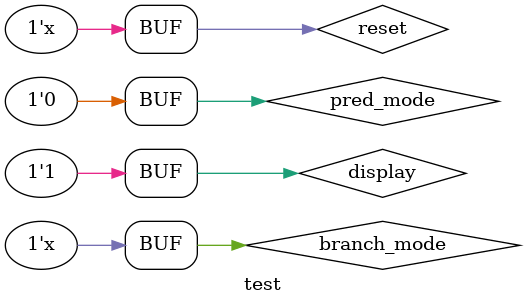
<source format=v>
`timescale 1ns / 1ps


module test();
reg pred_mode;
reg branch_mode;   //these are the input registers which decide the mode of operation
reg reset;
reg display;
reg outcome;        //this stores the actual outcome whether the branch was taken or not
wire [1:0]ls;
wire [7:0]led;      // these LEDs display the FSM status of the Branch History Table(BHT) contents
wire [3:0]lsb;      // Represent the LSB of the FSM status corresponding to 4 entries(NN,NT, TN,TT) in the BHT
wire [3:0]msb;      // Represent the MSB of the FSM status corresponding to 4 entries (NN,NT,TN,TT) in the BHT
BHT x(.laststates(ls),.xxlsb(lsb),.xxmsb(msb),.outcome(outcome),.pred_mode(pred_mode),.branch_mode(branch_mode),.reset(reset),
    .display(display),.disp(led));
initial pred_mode <= 0;
initial branch_mode <= 0;
initial reset <= 0;
initial display <= 1;
initial outcome <= 0;
always #15
begin
branch_mode <= ~branch_mode;    //create pulses for inputs
end
always #10
begin
outcome <= $random;
end
always #100 begin
reset <= ~reset;
#2 reset <= ~reset;
end
//always #5 pred_mode <= ~pred_mode;
endmodule

</source>
